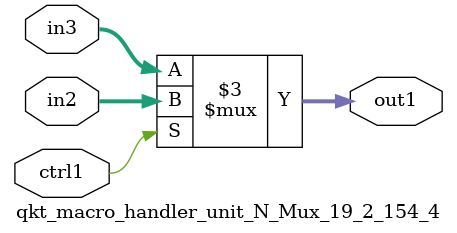
<source format=v>

`timescale 1ps / 1ps


module qkt_macro_handler_unit_N_Mux_19_2_154_4( in3, in2, ctrl1, out1 );

    input [18:0] in3;
    input [18:0] in2;
    input ctrl1;
    output [18:0] out1;
    reg [18:0] out1;

    
    // rtl_process:qkt_macro_handler_unit_N_Mux_19_2_154_4/qkt_macro_handler_unit_N_Mux_19_2_154_4_thread_1
    always @*
      begin : qkt_macro_handler_unit_N_Mux_19_2_154_4_thread_1
        case (ctrl1) 
          1'b1: 
            begin
              out1 = in2;
            end
          default: 
            begin
              out1 = in3;
            end
        endcase
      end

endmodule



</source>
